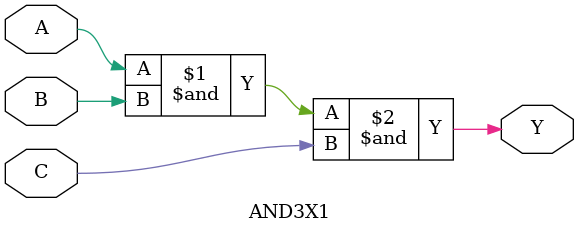
<source format=v>


module AND3X1 (A, B, C, Y );
	input A, B, C;
	output Y;

	assign Y = A & B & C;

endmodule

</source>
